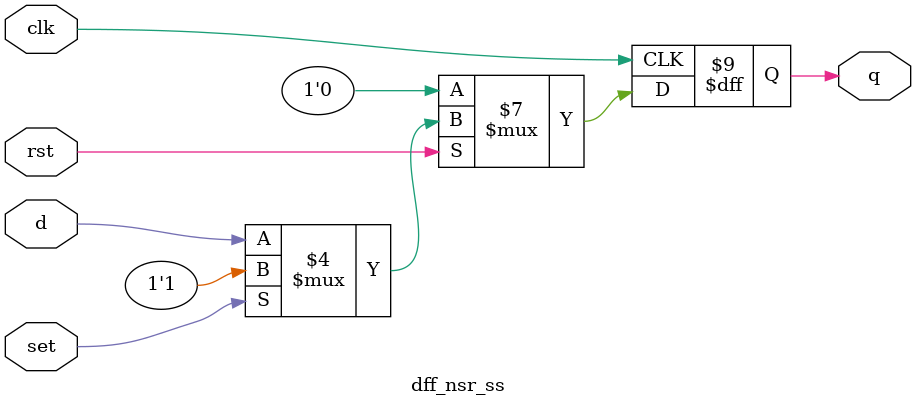
<source format=v>
/***********************************************************
File Name:	dff_nsr_ss.v
Author: 	Kevan Thompson
Date:		March 24, 2024
Description: A d flip flop with positive edge clock and 
             negative synchronous reset and  positive 
             synchronous set

***********************************************************/
module dff_nsr_ss(
    input clk,
    input rst,
    input set,
    input d,
    output reg q
);

always@(posedge clk) 
    if(!rst) 
        q <= 1'b0;
    else if(set)
        q <= 1'b1;
    else
        q <= d;

endmodule
</source>
